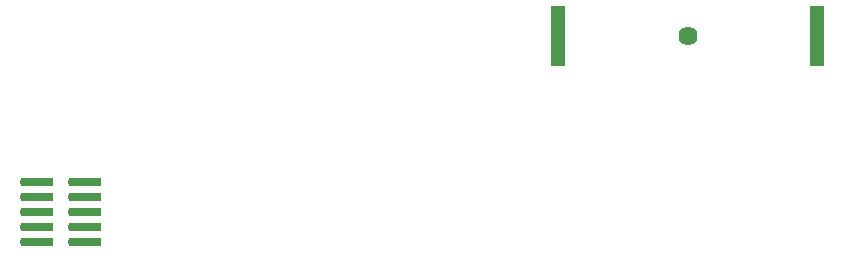
<source format=gbr>
G04*
G04 #@! TF.GenerationSoftware,Altium Limited,Altium Designer,24.10.1 (45)*
G04*
G04 Layer_Color=128*
%FSLAX44Y44*%
%MOMM*%
G71*
G04*
G04 #@! TF.SameCoordinates,58AE560C-37F5-4C9B-8F18-908462E99DB1*
G04*
G04*
G04 #@! TF.FilePolarity,Positive*
G04*
G01*
G75*
%ADD157R,1.2700X5.0800*%
G04:AMPARAMS|DCode=159|XSize=2.794mm|YSize=0.7366mm|CornerRadius=0.1842mm|HoleSize=0mm|Usage=FLASHONLY|Rotation=180.000|XOffset=0mm|YOffset=0mm|HoleType=Round|Shape=RoundedRectangle|*
%AMROUNDEDRECTD159*
21,1,2.7940,0.3683,0,0,180.0*
21,1,2.4257,0.7366,0,0,180.0*
1,1,0.3683,-1.2129,0.1842*
1,1,0.3683,1.2129,0.1842*
1,1,0.3683,1.2129,-0.1842*
1,1,0.3683,-1.2129,-0.1842*
%
%ADD159ROUNDEDRECTD159*%
%ADD163C,1.6200*%
D157*
X575574Y617220D02*
D03*
X795274D02*
D03*
D159*
X175006Y493776D02*
D03*
X134366D02*
D03*
X175006Y481076D02*
D03*
X134366D02*
D03*
X175006Y468376D02*
D03*
X134366D02*
D03*
X175006Y455676D02*
D03*
X134366D02*
D03*
X175006Y442976D02*
D03*
X134366D02*
D03*
D163*
X685424Y617220D02*
D03*
M02*

</source>
